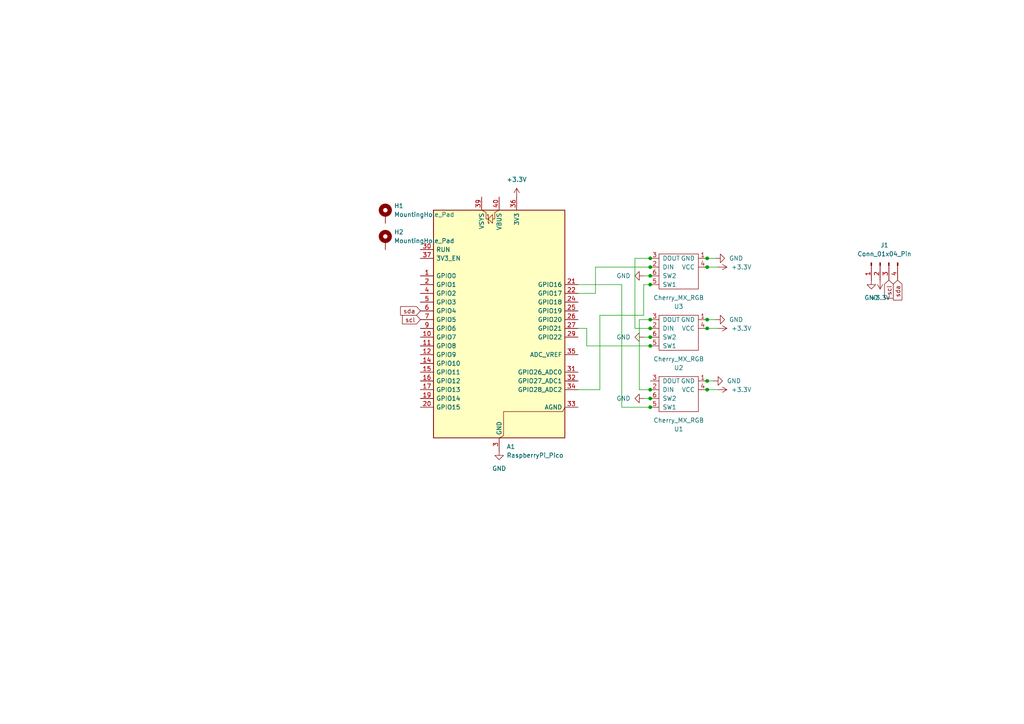
<source format=kicad_sch>
(kicad_sch
	(version 20250114)
	(generator "eeschema")
	(generator_version "9.0")
	(uuid "9f37996b-f65b-41d7-b02e-45f6c8b520b0")
	(paper "A4")
	(lib_symbols
		(symbol "Cherry_MX:Cherry_MX_RGB"
			(pin_names
				(offset 1.016)
			)
			(exclude_from_sim no)
			(in_bom yes)
			(on_board yes)
			(property "Reference" "U"
				(at -5.08 8.89 0)
				(effects
					(font
						(size 1.27 1.27)
					)
				)
			)
			(property "Value" "Cherry_MX_RGB"
				(at 0 -3.81 0)
				(effects
					(font
						(size 1.27 1.27)
					)
				)
			)
			(property "Footprint" ""
				(at 0 0 0)
				(effects
					(font
						(size 1.27 1.27)
					)
					(hide yes)
				)
			)
			(property "Datasheet" ""
				(at 0 0 0)
				(effects
					(font
						(size 1.27 1.27)
					)
					(hide yes)
				)
			)
			(property "Description" ""
				(at 0 0 0)
				(effects
					(font
						(size 1.27 1.27)
					)
					(hide yes)
				)
			)
			(symbol "Cherry_MX_RGB_0_1"
				(rectangle
					(start 5.715 -2.54)
					(end -5.715 7.62)
					(stroke
						(width 0)
						(type solid)
					)
					(fill
						(type none)
					)
				)
			)
			(symbol "Cherry_MX_RGB_1_1"
				(pin input line
					(at -8.255 1.27 0)
					(length 2.54)
					(name "VCC"
						(effects
							(font
								(size 1.27 1.27)
							)
						)
					)
					(number "4"
						(effects
							(font
								(size 1.27 1.27)
							)
						)
					)
				)
				(pin input line
					(at -8.255 -1.27 0)
					(length 2.54)
					(name "GND"
						(effects
							(font
								(size 1.27 1.27)
							)
						)
					)
					(number "1"
						(effects
							(font
								(size 1.27 1.27)
							)
						)
					)
				)
				(pin input line
					(at 8.255 6.35 180)
					(length 2.54)
					(name "SW1"
						(effects
							(font
								(size 1.27 1.27)
							)
						)
					)
					(number "5"
						(effects
							(font
								(size 1.27 1.27)
							)
						)
					)
				)
				(pin input line
					(at 8.255 3.81 180)
					(length 2.54)
					(name "SW2"
						(effects
							(font
								(size 1.27 1.27)
							)
						)
					)
					(number "6"
						(effects
							(font
								(size 1.27 1.27)
							)
						)
					)
				)
				(pin input line
					(at 8.255 1.27 180)
					(length 2.54)
					(name "DIN"
						(effects
							(font
								(size 1.27 1.27)
							)
						)
					)
					(number "2"
						(effects
							(font
								(size 1.27 1.27)
							)
						)
					)
				)
				(pin input line
					(at 8.255 -1.27 180)
					(length 2.54)
					(name "DOUT"
						(effects
							(font
								(size 1.27 1.27)
							)
						)
					)
					(number "3"
						(effects
							(font
								(size 1.27 1.27)
							)
						)
					)
				)
			)
			(embedded_fonts no)
		)
		(symbol "Connector:Conn_01x04_Pin"
			(pin_names
				(offset 1.016)
				(hide yes)
			)
			(exclude_from_sim no)
			(in_bom yes)
			(on_board yes)
			(property "Reference" "J"
				(at 0 5.08 0)
				(effects
					(font
						(size 1.27 1.27)
					)
				)
			)
			(property "Value" "Conn_01x04_Pin"
				(at 0 -7.62 0)
				(effects
					(font
						(size 1.27 1.27)
					)
				)
			)
			(property "Footprint" ""
				(at 0 0 0)
				(effects
					(font
						(size 1.27 1.27)
					)
					(hide yes)
				)
			)
			(property "Datasheet" "~"
				(at 0 0 0)
				(effects
					(font
						(size 1.27 1.27)
					)
					(hide yes)
				)
			)
			(property "Description" "Generic connector, single row, 01x04, script generated"
				(at 0 0 0)
				(effects
					(font
						(size 1.27 1.27)
					)
					(hide yes)
				)
			)
			(property "ki_locked" ""
				(at 0 0 0)
				(effects
					(font
						(size 1.27 1.27)
					)
				)
			)
			(property "ki_keywords" "connector"
				(at 0 0 0)
				(effects
					(font
						(size 1.27 1.27)
					)
					(hide yes)
				)
			)
			(property "ki_fp_filters" "Connector*:*_1x??_*"
				(at 0 0 0)
				(effects
					(font
						(size 1.27 1.27)
					)
					(hide yes)
				)
			)
			(symbol "Conn_01x04_Pin_1_1"
				(rectangle
					(start 0.8636 2.667)
					(end 0 2.413)
					(stroke
						(width 0.1524)
						(type default)
					)
					(fill
						(type outline)
					)
				)
				(rectangle
					(start 0.8636 0.127)
					(end 0 -0.127)
					(stroke
						(width 0.1524)
						(type default)
					)
					(fill
						(type outline)
					)
				)
				(rectangle
					(start 0.8636 -2.413)
					(end 0 -2.667)
					(stroke
						(width 0.1524)
						(type default)
					)
					(fill
						(type outline)
					)
				)
				(rectangle
					(start 0.8636 -4.953)
					(end 0 -5.207)
					(stroke
						(width 0.1524)
						(type default)
					)
					(fill
						(type outline)
					)
				)
				(polyline
					(pts
						(xy 1.27 2.54) (xy 0.8636 2.54)
					)
					(stroke
						(width 0.1524)
						(type default)
					)
					(fill
						(type none)
					)
				)
				(polyline
					(pts
						(xy 1.27 0) (xy 0.8636 0)
					)
					(stroke
						(width 0.1524)
						(type default)
					)
					(fill
						(type none)
					)
				)
				(polyline
					(pts
						(xy 1.27 -2.54) (xy 0.8636 -2.54)
					)
					(stroke
						(width 0.1524)
						(type default)
					)
					(fill
						(type none)
					)
				)
				(polyline
					(pts
						(xy 1.27 -5.08) (xy 0.8636 -5.08)
					)
					(stroke
						(width 0.1524)
						(type default)
					)
					(fill
						(type none)
					)
				)
				(pin passive line
					(at 5.08 2.54 180)
					(length 3.81)
					(name "Pin_1"
						(effects
							(font
								(size 1.27 1.27)
							)
						)
					)
					(number "1"
						(effects
							(font
								(size 1.27 1.27)
							)
						)
					)
				)
				(pin passive line
					(at 5.08 0 180)
					(length 3.81)
					(name "Pin_2"
						(effects
							(font
								(size 1.27 1.27)
							)
						)
					)
					(number "2"
						(effects
							(font
								(size 1.27 1.27)
							)
						)
					)
				)
				(pin passive line
					(at 5.08 -2.54 180)
					(length 3.81)
					(name "Pin_3"
						(effects
							(font
								(size 1.27 1.27)
							)
						)
					)
					(number "3"
						(effects
							(font
								(size 1.27 1.27)
							)
						)
					)
				)
				(pin passive line
					(at 5.08 -5.08 180)
					(length 3.81)
					(name "Pin_4"
						(effects
							(font
								(size 1.27 1.27)
							)
						)
					)
					(number "4"
						(effects
							(font
								(size 1.27 1.27)
							)
						)
					)
				)
			)
			(embedded_fonts no)
		)
		(symbol "MCU_Module:RaspberryPi_Pico"
			(pin_names
				(offset 0.762)
			)
			(exclude_from_sim no)
			(in_bom yes)
			(on_board yes)
			(property "Reference" "A"
				(at -19.05 35.56 0)
				(effects
					(font
						(size 1.27 1.27)
					)
					(justify left)
				)
			)
			(property "Value" "RaspberryPi_Pico"
				(at 7.62 35.56 0)
				(effects
					(font
						(size 1.27 1.27)
					)
					(justify left)
				)
			)
			(property "Footprint" "Module:RaspberryPi_Pico_Common_Unspecified"
				(at 0 -46.99 0)
				(effects
					(font
						(size 1.27 1.27)
					)
					(hide yes)
				)
			)
			(property "Datasheet" "https://datasheets.raspberrypi.com/pico/pico-datasheet.pdf"
				(at 0 -49.53 0)
				(effects
					(font
						(size 1.27 1.27)
					)
					(hide yes)
				)
			)
			(property "Description" "Versatile and inexpensive microcontroller module powered by RP2040 dual-core Arm Cortex-M0+ processor up to 133 MHz, 264kB SRAM, 2MB QSPI flash; also supports Raspberry Pi Pico 2"
				(at 0 -52.07 0)
				(effects
					(font
						(size 1.27 1.27)
					)
					(hide yes)
				)
			)
			(property "ki_keywords" "RP2350A M33 RISC-V Hazard3 usb"
				(at 0 0 0)
				(effects
					(font
						(size 1.27 1.27)
					)
					(hide yes)
				)
			)
			(property "ki_fp_filters" "RaspberryPi?Pico?Common* RaspberryPi?Pico?SMD*"
				(at 0 0 0)
				(effects
					(font
						(size 1.27 1.27)
					)
					(hide yes)
				)
			)
			(symbol "RaspberryPi_Pico_0_1"
				(rectangle
					(start -19.05 34.29)
					(end 19.05 -31.75)
					(stroke
						(width 0.254)
						(type default)
					)
					(fill
						(type background)
					)
				)
				(polyline
					(pts
						(xy -5.08 34.29) (xy -3.81 33.655) (xy -3.81 31.75) (xy -3.175 31.75)
					)
					(stroke
						(width 0)
						(type default)
					)
					(fill
						(type none)
					)
				)
				(polyline
					(pts
						(xy -3.429 32.766) (xy -3.429 33.02) (xy -3.175 33.02) (xy -3.175 30.48) (xy -2.921 30.48) (xy -2.921 30.734)
					)
					(stroke
						(width 0)
						(type default)
					)
					(fill
						(type none)
					)
				)
				(polyline
					(pts
						(xy -3.175 31.75) (xy -1.905 33.02) (xy -1.905 30.48) (xy -3.175 31.75)
					)
					(stroke
						(width 0)
						(type default)
					)
					(fill
						(type none)
					)
				)
				(polyline
					(pts
						(xy 0 34.29) (xy -1.27 33.655) (xy -1.27 31.75) (xy -1.905 31.75)
					)
					(stroke
						(width 0)
						(type default)
					)
					(fill
						(type none)
					)
				)
				(polyline
					(pts
						(xy 0 -31.75) (xy 1.27 -31.115) (xy 1.27 -24.13) (xy 18.415 -24.13) (xy 19.05 -22.86)
					)
					(stroke
						(width 0)
						(type default)
					)
					(fill
						(type none)
					)
				)
			)
			(symbol "RaspberryPi_Pico_1_1"
				(pin passive line
					(at -22.86 22.86 0)
					(length 3.81)
					(name "RUN"
						(effects
							(font
								(size 1.27 1.27)
							)
						)
					)
					(number "30"
						(effects
							(font
								(size 1.27 1.27)
							)
						)
					)
					(alternate "~{RESET}" passive line)
				)
				(pin passive line
					(at -22.86 20.32 0)
					(length 3.81)
					(name "3V3_EN"
						(effects
							(font
								(size 1.27 1.27)
							)
						)
					)
					(number "37"
						(effects
							(font
								(size 1.27 1.27)
							)
						)
					)
					(alternate "~{3V3_DISABLE}" passive line)
				)
				(pin bidirectional line
					(at -22.86 15.24 0)
					(length 3.81)
					(name "GPIO0"
						(effects
							(font
								(size 1.27 1.27)
							)
						)
					)
					(number "1"
						(effects
							(font
								(size 1.27 1.27)
							)
						)
					)
					(alternate "I2C0_SDA" bidirectional line)
					(alternate "PWM0_A" output line)
					(alternate "SPI0_RX" input line)
					(alternate "UART0_TX" output line)
					(alternate "USB_OVCUR_DET" input line)
				)
				(pin bidirectional line
					(at -22.86 12.7 0)
					(length 3.81)
					(name "GPIO1"
						(effects
							(font
								(size 1.27 1.27)
							)
						)
					)
					(number "2"
						(effects
							(font
								(size 1.27 1.27)
							)
						)
					)
					(alternate "I2C0_SCL" bidirectional clock)
					(alternate "PWM0_B" bidirectional line)
					(alternate "UART0_RX" input line)
					(alternate "USB_VBUS_DET" passive line)
					(alternate "~{SPI0_CSn}" bidirectional line)
				)
				(pin bidirectional line
					(at -22.86 10.16 0)
					(length 3.81)
					(name "GPIO2"
						(effects
							(font
								(size 1.27 1.27)
							)
						)
					)
					(number "4"
						(effects
							(font
								(size 1.27 1.27)
							)
						)
					)
					(alternate "I2C1_SDA" bidirectional line)
					(alternate "PWM1_A" output line)
					(alternate "SPI0_SCK" bidirectional clock)
					(alternate "UART0_CTS" input line)
					(alternate "USB_VBUS_EN" output line)
				)
				(pin bidirectional line
					(at -22.86 7.62 0)
					(length 3.81)
					(name "GPIO3"
						(effects
							(font
								(size 1.27 1.27)
							)
						)
					)
					(number "5"
						(effects
							(font
								(size 1.27 1.27)
							)
						)
					)
					(alternate "I2C1_SCL" bidirectional clock)
					(alternate "PWM1_B" bidirectional line)
					(alternate "SPI0_TX" output line)
					(alternate "UART0_RTS" output line)
					(alternate "USB_OVCUR_DET" input line)
				)
				(pin bidirectional line
					(at -22.86 5.08 0)
					(length 3.81)
					(name "GPIO4"
						(effects
							(font
								(size 1.27 1.27)
							)
						)
					)
					(number "6"
						(effects
							(font
								(size 1.27 1.27)
							)
						)
					)
					(alternate "I2C0_SDA" bidirectional line)
					(alternate "PWM2_A" output line)
					(alternate "SPI0_RX" input line)
					(alternate "UART1_TX" output line)
					(alternate "USB_VBUS_DET" input line)
				)
				(pin bidirectional line
					(at -22.86 2.54 0)
					(length 3.81)
					(name "GPIO5"
						(effects
							(font
								(size 1.27 1.27)
							)
						)
					)
					(number "7"
						(effects
							(font
								(size 1.27 1.27)
							)
						)
					)
					(alternate "I2C0_SCL" bidirectional clock)
					(alternate "PWM2_B" bidirectional line)
					(alternate "UART1_RX" input line)
					(alternate "USB_VBUS_EN" output line)
					(alternate "~{SPI0_CSn}" bidirectional line)
				)
				(pin bidirectional line
					(at -22.86 0 0)
					(length 3.81)
					(name "GPIO6"
						(effects
							(font
								(size 1.27 1.27)
							)
						)
					)
					(number "9"
						(effects
							(font
								(size 1.27 1.27)
							)
						)
					)
					(alternate "I2C1_SDA" bidirectional line)
					(alternate "PWM3_A" output line)
					(alternate "SPI0_SCK" bidirectional clock)
					(alternate "UART1_CTS" input line)
					(alternate "USB_OVCUR_DET" input line)
				)
				(pin bidirectional line
					(at -22.86 -2.54 0)
					(length 3.81)
					(name "GPIO7"
						(effects
							(font
								(size 1.27 1.27)
							)
						)
					)
					(number "10"
						(effects
							(font
								(size 1.27 1.27)
							)
						)
					)
					(alternate "I2C1_SCL" bidirectional clock)
					(alternate "PWM3_B" bidirectional line)
					(alternate "SPI0_TX" output line)
					(alternate "UART1_RTS" output line)
					(alternate "USB_VBUS_DET" input line)
				)
				(pin bidirectional line
					(at -22.86 -5.08 0)
					(length 3.81)
					(name "GPIO8"
						(effects
							(font
								(size 1.27 1.27)
							)
						)
					)
					(number "11"
						(effects
							(font
								(size 1.27 1.27)
							)
						)
					)
					(alternate "I2C0_SDA" bidirectional line)
					(alternate "PWM4_A" output line)
					(alternate "SPI1_RX" input line)
					(alternate "UART1_TX" output line)
					(alternate "USB_VBUS_EN" output line)
				)
				(pin bidirectional line
					(at -22.86 -7.62 0)
					(length 3.81)
					(name "GPIO9"
						(effects
							(font
								(size 1.27 1.27)
							)
						)
					)
					(number "12"
						(effects
							(font
								(size 1.27 1.27)
							)
						)
					)
					(alternate "I2C0_SCL" bidirectional clock)
					(alternate "PWM4_B" bidirectional line)
					(alternate "UART1_RX" input line)
					(alternate "USB_OVCUR_DET" input line)
					(alternate "~{SPI1_CSn}" bidirectional line)
				)
				(pin bidirectional line
					(at -22.86 -10.16 0)
					(length 3.81)
					(name "GPIO10"
						(effects
							(font
								(size 1.27 1.27)
							)
						)
					)
					(number "14"
						(effects
							(font
								(size 1.27 1.27)
							)
						)
					)
					(alternate "I2C1_SDA" bidirectional line)
					(alternate "PWM5_A" output line)
					(alternate "SPI1_SCK" bidirectional clock)
					(alternate "UART1_CTS" input line)
					(alternate "USB_VBUS_DET" input line)
				)
				(pin bidirectional line
					(at -22.86 -12.7 0)
					(length 3.81)
					(name "GPIO11"
						(effects
							(font
								(size 1.27 1.27)
							)
						)
					)
					(number "15"
						(effects
							(font
								(size 1.27 1.27)
							)
						)
					)
					(alternate "I2C1_SCL" bidirectional clock)
					(alternate "PWM5_B" bidirectional line)
					(alternate "SPI1_TX" output line)
					(alternate "UART1_RTS" output line)
					(alternate "USB_VBUS_EN" output line)
				)
				(pin bidirectional line
					(at -22.86 -15.24 0)
					(length 3.81)
					(name "GPIO12"
						(effects
							(font
								(size 1.27 1.27)
							)
						)
					)
					(number "16"
						(effects
							(font
								(size 1.27 1.27)
							)
						)
					)
					(alternate "I2C0_SDA" bidirectional line)
					(alternate "PWM6_A" output line)
					(alternate "SPI1_RX" input line)
					(alternate "UART0_TX" output line)
					(alternate "USB_OVCUR_DET" input line)
				)
				(pin bidirectional line
					(at -22.86 -17.78 0)
					(length 3.81)
					(name "GPIO13"
						(effects
							(font
								(size 1.27 1.27)
							)
						)
					)
					(number "17"
						(effects
							(font
								(size 1.27 1.27)
							)
						)
					)
					(alternate "I2C0_SCL" bidirectional clock)
					(alternate "PWM6_B" bidirectional line)
					(alternate "UART0_RX" input line)
					(alternate "USB_VBUS_DET" input line)
					(alternate "~{SPI1_CSn}" bidirectional line)
				)
				(pin bidirectional line
					(at -22.86 -20.32 0)
					(length 3.81)
					(name "GPIO14"
						(effects
							(font
								(size 1.27 1.27)
							)
						)
					)
					(number "19"
						(effects
							(font
								(size 1.27 1.27)
							)
						)
					)
					(alternate "I2C1_SDA" bidirectional line)
					(alternate "PWM7_A" output line)
					(alternate "SPI1_SCK" bidirectional clock)
					(alternate "UART0_CTS" input line)
					(alternate "USB_VBUS_EN" output line)
				)
				(pin bidirectional line
					(at -22.86 -22.86 0)
					(length 3.81)
					(name "GPIO15"
						(effects
							(font
								(size 1.27 1.27)
							)
						)
					)
					(number "20"
						(effects
							(font
								(size 1.27 1.27)
							)
						)
					)
					(alternate "I2C1_SCL" bidirectional clock)
					(alternate "PWM7_B" bidirectional line)
					(alternate "SPI1_TX" output line)
					(alternate "UART0_RTS" output line)
					(alternate "USB_OVCUR_DET" input line)
				)
				(pin power_in line
					(at -5.08 38.1 270)
					(length 3.81)
					(name "VSYS"
						(effects
							(font
								(size 1.27 1.27)
							)
						)
					)
					(number "39"
						(effects
							(font
								(size 1.27 1.27)
							)
						)
					)
					(alternate "VSYS_OUT" power_out line)
				)
				(pin power_out line
					(at 0 38.1 270)
					(length 3.81)
					(name "VBUS"
						(effects
							(font
								(size 1.27 1.27)
							)
						)
					)
					(number "40"
						(effects
							(font
								(size 1.27 1.27)
							)
						)
					)
					(alternate "VBUS_IN" power_in line)
				)
				(pin passive line
					(at 0 -35.56 90)
					(length 3.81)
					(hide yes)
					(name "GND"
						(effects
							(font
								(size 1.27 1.27)
							)
						)
					)
					(number "13"
						(effects
							(font
								(size 1.27 1.27)
							)
						)
					)
				)
				(pin passive line
					(at 0 -35.56 90)
					(length 3.81)
					(hide yes)
					(name "GND"
						(effects
							(font
								(size 1.27 1.27)
							)
						)
					)
					(number "18"
						(effects
							(font
								(size 1.27 1.27)
							)
						)
					)
				)
				(pin passive line
					(at 0 -35.56 90)
					(length 3.81)
					(hide yes)
					(name "GND"
						(effects
							(font
								(size 1.27 1.27)
							)
						)
					)
					(number "23"
						(effects
							(font
								(size 1.27 1.27)
							)
						)
					)
				)
				(pin passive line
					(at 0 -35.56 90)
					(length 3.81)
					(hide yes)
					(name "GND"
						(effects
							(font
								(size 1.27 1.27)
							)
						)
					)
					(number "28"
						(effects
							(font
								(size 1.27 1.27)
							)
						)
					)
				)
				(pin power_out line
					(at 0 -35.56 90)
					(length 3.81)
					(name "GND"
						(effects
							(font
								(size 1.27 1.27)
							)
						)
					)
					(number "3"
						(effects
							(font
								(size 1.27 1.27)
							)
						)
					)
					(alternate "GND_IN" power_in line)
				)
				(pin passive line
					(at 0 -35.56 90)
					(length 3.81)
					(hide yes)
					(name "GND"
						(effects
							(font
								(size 1.27 1.27)
							)
						)
					)
					(number "38"
						(effects
							(font
								(size 1.27 1.27)
							)
						)
					)
				)
				(pin passive line
					(at 0 -35.56 90)
					(length 3.81)
					(hide yes)
					(name "GND"
						(effects
							(font
								(size 1.27 1.27)
							)
						)
					)
					(number "8"
						(effects
							(font
								(size 1.27 1.27)
							)
						)
					)
				)
				(pin power_out line
					(at 5.08 38.1 270)
					(length 3.81)
					(name "3V3"
						(effects
							(font
								(size 1.27 1.27)
							)
						)
					)
					(number "36"
						(effects
							(font
								(size 1.27 1.27)
							)
						)
					)
				)
				(pin bidirectional line
					(at 22.86 12.7 180)
					(length 3.81)
					(name "GPIO16"
						(effects
							(font
								(size 1.27 1.27)
							)
						)
					)
					(number "21"
						(effects
							(font
								(size 1.27 1.27)
							)
						)
					)
					(alternate "I2C0_SDA" bidirectional line)
					(alternate "PWM0_A" output line)
					(alternate "SPI0_RX" input line)
					(alternate "UART0_TX" output line)
					(alternate "USB_VBUS_DET" input line)
				)
				(pin bidirectional line
					(at 22.86 10.16 180)
					(length 3.81)
					(name "GPIO17"
						(effects
							(font
								(size 1.27 1.27)
							)
						)
					)
					(number "22"
						(effects
							(font
								(size 1.27 1.27)
							)
						)
					)
					(alternate "I2C0_SCL" bidirectional clock)
					(alternate "PWM0_B" bidirectional line)
					(alternate "UART0_RX" input line)
					(alternate "USB_VBUS_EN" output line)
					(alternate "~{SPI0_CSn}" bidirectional line)
				)
				(pin bidirectional line
					(at 22.86 7.62 180)
					(length 3.81)
					(name "GPIO18"
						(effects
							(font
								(size 1.27 1.27)
							)
						)
					)
					(number "24"
						(effects
							(font
								(size 1.27 1.27)
							)
						)
					)
					(alternate "I2C1_SDA" bidirectional line)
					(alternate "PWM1_A" output line)
					(alternate "SPI0_SCK" bidirectional clock)
					(alternate "UART0_CTS" input line)
					(alternate "USB_OVCUR_DET" input line)
				)
				(pin bidirectional line
					(at 22.86 5.08 180)
					(length 3.81)
					(name "GPIO19"
						(effects
							(font
								(size 1.27 1.27)
							)
						)
					)
					(number "25"
						(effects
							(font
								(size 1.27 1.27)
							)
						)
					)
					(alternate "I2C1_SCL" bidirectional clock)
					(alternate "PWM1_B" bidirectional line)
					(alternate "SPI0_TX" output line)
					(alternate "UART0_RTS" output line)
					(alternate "USB_VBUS_DET" input line)
				)
				(pin bidirectional line
					(at 22.86 2.54 180)
					(length 3.81)
					(name "GPIO20"
						(effects
							(font
								(size 1.27 1.27)
							)
						)
					)
					(number "26"
						(effects
							(font
								(size 1.27 1.27)
							)
						)
					)
					(alternate "CLOCK_GPIN0" input clock)
					(alternate "I2C0_SDA" bidirectional line)
					(alternate "PWM2_A" output line)
					(alternate "SPI0_RX" input line)
					(alternate "UART1_TX" output line)
					(alternate "USB_VBUS_EN" output line)
				)
				(pin bidirectional line
					(at 22.86 0 180)
					(length 3.81)
					(name "GPIO21"
						(effects
							(font
								(size 1.27 1.27)
							)
						)
					)
					(number "27"
						(effects
							(font
								(size 1.27 1.27)
							)
						)
					)
					(alternate "CLOCK_GPOUT0" output clock)
					(alternate "I2C0_SCL" bidirectional clock)
					(alternate "PWM2_B" bidirectional line)
					(alternate "UART1_RX" input line)
					(alternate "USB_OVCUR_DET" input line)
					(alternate "~{SPI0_CSn}" bidirectional line)
				)
				(pin bidirectional line
					(at 22.86 -2.54 180)
					(length 3.81)
					(name "GPIO22"
						(effects
							(font
								(size 1.27 1.27)
							)
						)
					)
					(number "29"
						(effects
							(font
								(size 1.27 1.27)
							)
						)
					)
					(alternate "CLOCK_GPIN1" input clock)
					(alternate "I2C1_SDA" bidirectional line)
					(alternate "PWM3_A" output line)
					(alternate "SPI0_SCK" bidirectional clock)
					(alternate "UART1_CTS" input line)
					(alternate "USB_VBUS_DET" input line)
				)
				(pin power_in line
					(at 22.86 -7.62 180)
					(length 3.81)
					(name "ADC_VREF"
						(effects
							(font
								(size 1.27 1.27)
							)
						)
					)
					(number "35"
						(effects
							(font
								(size 1.27 1.27)
							)
						)
					)
				)
				(pin bidirectional line
					(at 22.86 -12.7 180)
					(length 3.81)
					(name "GPIO26_ADC0"
						(effects
							(font
								(size 1.27 1.27)
							)
						)
					)
					(number "31"
						(effects
							(font
								(size 1.27 1.27)
							)
						)
					)
					(alternate "ADC0" input line)
					(alternate "GPIO26" bidirectional line)
					(alternate "I2C1_SDA" bidirectional line)
					(alternate "PWM5_A" output line)
					(alternate "SPI1_SCK" bidirectional clock)
					(alternate "UART1_CTS" input line)
					(alternate "USB_VBUS_EN" output line)
				)
				(pin bidirectional line
					(at 22.86 -15.24 180)
					(length 3.81)
					(name "GPIO27_ADC1"
						(effects
							(font
								(size 1.27 1.27)
							)
						)
					)
					(number "32"
						(effects
							(font
								(size 1.27 1.27)
							)
						)
					)
					(alternate "ADC1" input line)
					(alternate "GPIO27" bidirectional line)
					(alternate "I2C1_SCL" bidirectional clock)
					(alternate "PWM5_B" bidirectional line)
					(alternate "SPI1_TX" output line)
					(alternate "UART1_RTS" output line)
					(alternate "USB_OVCUR_DET" input line)
				)
				(pin bidirectional line
					(at 22.86 -17.78 180)
					(length 3.81)
					(name "GPIO28_ADC2"
						(effects
							(font
								(size 1.27 1.27)
							)
						)
					)
					(number "34"
						(effects
							(font
								(size 1.27 1.27)
							)
						)
					)
					(alternate "ADC2" input line)
					(alternate "GPIO28" bidirectional line)
					(alternate "I2C0_SDA" bidirectional line)
					(alternate "PWM6_A" output line)
					(alternate "SPI1_RX" input line)
					(alternate "UART0_TX" output line)
					(alternate "USB_VBUS_DET" input line)
				)
				(pin power_out line
					(at 22.86 -22.86 180)
					(length 3.81)
					(name "AGND"
						(effects
							(font
								(size 1.27 1.27)
							)
						)
					)
					(number "33"
						(effects
							(font
								(size 1.27 1.27)
							)
						)
					)
					(alternate "GND" passive line)
				)
			)
			(embedded_fonts no)
		)
		(symbol "Mechanical:MountingHole_Pad"
			(pin_numbers
				(hide yes)
			)
			(pin_names
				(offset 1.016)
				(hide yes)
			)
			(exclude_from_sim no)
			(in_bom no)
			(on_board yes)
			(property "Reference" "H"
				(at 0 6.35 0)
				(effects
					(font
						(size 1.27 1.27)
					)
				)
			)
			(property "Value" "MountingHole_Pad"
				(at 0 4.445 0)
				(effects
					(font
						(size 1.27 1.27)
					)
				)
			)
			(property "Footprint" ""
				(at 0 0 0)
				(effects
					(font
						(size 1.27 1.27)
					)
					(hide yes)
				)
			)
			(property "Datasheet" "~"
				(at 0 0 0)
				(effects
					(font
						(size 1.27 1.27)
					)
					(hide yes)
				)
			)
			(property "Description" "Mounting Hole with connection"
				(at 0 0 0)
				(effects
					(font
						(size 1.27 1.27)
					)
					(hide yes)
				)
			)
			(property "ki_keywords" "mounting hole"
				(at 0 0 0)
				(effects
					(font
						(size 1.27 1.27)
					)
					(hide yes)
				)
			)
			(property "ki_fp_filters" "MountingHole*Pad*"
				(at 0 0 0)
				(effects
					(font
						(size 1.27 1.27)
					)
					(hide yes)
				)
			)
			(symbol "MountingHole_Pad_0_1"
				(circle
					(center 0 1.27)
					(radius 1.27)
					(stroke
						(width 1.27)
						(type default)
					)
					(fill
						(type none)
					)
				)
			)
			(symbol "MountingHole_Pad_1_1"
				(pin input line
					(at 0 -2.54 90)
					(length 2.54)
					(name "1"
						(effects
							(font
								(size 1.27 1.27)
							)
						)
					)
					(number "1"
						(effects
							(font
								(size 1.27 1.27)
							)
						)
					)
				)
			)
			(embedded_fonts no)
		)
		(symbol "power:+3.3V"
			(power)
			(pin_numbers
				(hide yes)
			)
			(pin_names
				(offset 0)
				(hide yes)
			)
			(exclude_from_sim no)
			(in_bom yes)
			(on_board yes)
			(property "Reference" "#PWR"
				(at 0 -3.81 0)
				(effects
					(font
						(size 1.27 1.27)
					)
					(hide yes)
				)
			)
			(property "Value" "+3.3V"
				(at 0 3.556 0)
				(effects
					(font
						(size 1.27 1.27)
					)
				)
			)
			(property "Footprint" ""
				(at 0 0 0)
				(effects
					(font
						(size 1.27 1.27)
					)
					(hide yes)
				)
			)
			(property "Datasheet" ""
				(at 0 0 0)
				(effects
					(font
						(size 1.27 1.27)
					)
					(hide yes)
				)
			)
			(property "Description" "Power symbol creates a global label with name \"+3.3V\""
				(at 0 0 0)
				(effects
					(font
						(size 1.27 1.27)
					)
					(hide yes)
				)
			)
			(property "ki_keywords" "global power"
				(at 0 0 0)
				(effects
					(font
						(size 1.27 1.27)
					)
					(hide yes)
				)
			)
			(symbol "+3.3V_0_1"
				(polyline
					(pts
						(xy -0.762 1.27) (xy 0 2.54)
					)
					(stroke
						(width 0)
						(type default)
					)
					(fill
						(type none)
					)
				)
				(polyline
					(pts
						(xy 0 2.54) (xy 0.762 1.27)
					)
					(stroke
						(width 0)
						(type default)
					)
					(fill
						(type none)
					)
				)
				(polyline
					(pts
						(xy 0 0) (xy 0 2.54)
					)
					(stroke
						(width 0)
						(type default)
					)
					(fill
						(type none)
					)
				)
			)
			(symbol "+3.3V_1_1"
				(pin power_in line
					(at 0 0 90)
					(length 0)
					(name "~"
						(effects
							(font
								(size 1.27 1.27)
							)
						)
					)
					(number "1"
						(effects
							(font
								(size 1.27 1.27)
							)
						)
					)
				)
			)
			(embedded_fonts no)
		)
		(symbol "power:GND"
			(power)
			(pin_numbers
				(hide yes)
			)
			(pin_names
				(offset 0)
				(hide yes)
			)
			(exclude_from_sim no)
			(in_bom yes)
			(on_board yes)
			(property "Reference" "#PWR"
				(at 0 -6.35 0)
				(effects
					(font
						(size 1.27 1.27)
					)
					(hide yes)
				)
			)
			(property "Value" "GND"
				(at 0 -3.81 0)
				(effects
					(font
						(size 1.27 1.27)
					)
				)
			)
			(property "Footprint" ""
				(at 0 0 0)
				(effects
					(font
						(size 1.27 1.27)
					)
					(hide yes)
				)
			)
			(property "Datasheet" ""
				(at 0 0 0)
				(effects
					(font
						(size 1.27 1.27)
					)
					(hide yes)
				)
			)
			(property "Description" "Power symbol creates a global label with name \"GND\" , ground"
				(at 0 0 0)
				(effects
					(font
						(size 1.27 1.27)
					)
					(hide yes)
				)
			)
			(property "ki_keywords" "global power"
				(at 0 0 0)
				(effects
					(font
						(size 1.27 1.27)
					)
					(hide yes)
				)
			)
			(symbol "GND_0_1"
				(polyline
					(pts
						(xy 0 0) (xy 0 -1.27) (xy 1.27 -1.27) (xy 0 -2.54) (xy -1.27 -1.27) (xy 0 -1.27)
					)
					(stroke
						(width 0)
						(type default)
					)
					(fill
						(type none)
					)
				)
			)
			(symbol "GND_1_1"
				(pin power_in line
					(at 0 0 270)
					(length 0)
					(name "~"
						(effects
							(font
								(size 1.27 1.27)
							)
						)
					)
					(number "1"
						(effects
							(font
								(size 1.27 1.27)
							)
						)
					)
				)
			)
			(embedded_fonts no)
		)
	)
	(junction
		(at 188.595 100.33)
		(diameter 0)
		(color 0 0 0 0)
		(uuid "05d6d8cc-6fd2-4594-acf5-b59007a88e63")
	)
	(junction
		(at 188.595 118.11)
		(diameter 0)
		(color 0 0 0 0)
		(uuid "0b91825a-b5ad-4841-b3ec-bd56c44d5792")
	)
	(junction
		(at 205.105 92.71)
		(diameter 0)
		(color 0 0 0 0)
		(uuid "1092581b-a124-4b93-bcdf-cf8687233f25")
	)
	(junction
		(at 205.105 95.25)
		(diameter 0)
		(color 0 0 0 0)
		(uuid "23f0642c-c476-4c77-8630-1818a44148cb")
	)
	(junction
		(at 188.595 115.57)
		(diameter 0)
		(color 0 0 0 0)
		(uuid "2f1563be-d4f8-4bbb-8d68-6530851458ba")
	)
	(junction
		(at 188.595 113.03)
		(diameter 0)
		(color 0 0 0 0)
		(uuid "30ed3235-65c6-4523-b960-1e4afad3a4f9")
	)
	(junction
		(at 205.105 110.49)
		(diameter 0)
		(color 0 0 0 0)
		(uuid "34578b53-cb6e-4593-b5af-78ca8cee13d6")
	)
	(junction
		(at 188.595 97.79)
		(diameter 0)
		(color 0 0 0 0)
		(uuid "42f1a007-cdf0-4fe9-aebf-3c8f84e70388")
	)
	(junction
		(at 205.105 77.47)
		(diameter 0)
		(color 0 0 0 0)
		(uuid "6ccde29a-50aa-40c1-ba7c-e04532be8d63")
	)
	(junction
		(at 188.595 92.71)
		(diameter 0)
		(color 0 0 0 0)
		(uuid "7aa791da-f002-464b-8f8a-4931ea85501a")
	)
	(junction
		(at 188.595 82.55)
		(diameter 0)
		(color 0 0 0 0)
		(uuid "83ec73e6-177f-446c-b8c9-71ab5661352d")
	)
	(junction
		(at 188.595 95.25)
		(diameter 0)
		(color 0 0 0 0)
		(uuid "94ef9c32-c513-49da-8e5f-c28bfbf3a1b8")
	)
	(junction
		(at 205.105 74.93)
		(diameter 0)
		(color 0 0 0 0)
		(uuid "a144fd0e-567d-4b35-85e2-aafe8d118f09")
	)
	(junction
		(at 188.595 77.47)
		(diameter 0)
		(color 0 0 0 0)
		(uuid "a1a155d4-d070-4cee-a5bc-4f4c24754e71")
	)
	(junction
		(at 188.595 74.93)
		(diameter 0)
		(color 0 0 0 0)
		(uuid "c0157b2c-f72a-4b38-b37f-9ff79fd3b829")
	)
	(junction
		(at 205.105 113.03)
		(diameter 0)
		(color 0 0 0 0)
		(uuid "c64c20cb-af37-4cc2-8db5-d040c9fabf4b")
	)
	(junction
		(at 188.595 80.01)
		(diameter 0)
		(color 0 0 0 0)
		(uuid "ff7d0b1c-2c12-4004-a29c-4c92080feac2")
	)
	(wire
		(pts
			(xy 205.105 95.25) (xy 208.28 95.25)
		)
		(stroke
			(width 0)
			(type default)
		)
		(uuid "00571d33-451d-4868-99bf-d2af8233f93a")
	)
	(wire
		(pts
			(xy 172.72 77.47) (xy 188.595 77.47)
		)
		(stroke
			(width 0)
			(type default)
		)
		(uuid "0670cb04-3404-4913-88e0-e042f4376858")
	)
	(wire
		(pts
			(xy 173.99 113.03) (xy 167.64 113.03)
		)
		(stroke
			(width 0)
			(type default)
		)
		(uuid "0db711a7-3bdf-4844-ace6-de9cb045abab")
	)
	(wire
		(pts
			(xy 185.42 113.03) (xy 188.595 113.03)
		)
		(stroke
			(width 0)
			(type default)
		)
		(uuid "15e8d48e-5603-4833-9378-7ddb479982f6")
	)
	(wire
		(pts
			(xy 172.72 85.09) (xy 167.64 85.09)
		)
		(stroke
			(width 0)
			(type default)
		)
		(uuid "18953428-d075-4980-9000-b988dd5746b4")
	)
	(wire
		(pts
			(xy 188.595 82.55) (xy 186.69 82.55)
		)
		(stroke
			(width 0)
			(type default)
		)
		(uuid "1dc6433e-8c6c-4f05-adcb-d80bff263a43")
	)
	(wire
		(pts
			(xy 184.15 74.93) (xy 184.15 95.25)
		)
		(stroke
			(width 0)
			(type default)
		)
		(uuid "285f3993-9a61-4d3c-a344-acec095bc865")
	)
	(wire
		(pts
			(xy 204.47 110.49) (xy 205.105 110.49)
		)
		(stroke
			(width 0)
			(type default)
		)
		(uuid "3c5f6fab-3da9-480e-95bf-f56c58eb398f")
	)
	(wire
		(pts
			(xy 186.69 82.55) (xy 186.69 91.44)
		)
		(stroke
			(width 0)
			(type default)
		)
		(uuid "3de2cf0b-66da-42a9-871d-09f0b9e878aa")
	)
	(wire
		(pts
			(xy 205.105 110.49) (xy 207.01 110.49)
		)
		(stroke
			(width 0)
			(type default)
		)
		(uuid "442057a7-890e-49c3-8d49-9f0380e44d0d")
	)
	(wire
		(pts
			(xy 186.69 80.01) (xy 188.595 80.01)
		)
		(stroke
			(width 0)
			(type default)
		)
		(uuid "483def8e-b482-4e47-9372-313c89da11db")
	)
	(wire
		(pts
			(xy 170.18 95.25) (xy 167.64 95.25)
		)
		(stroke
			(width 0)
			(type default)
		)
		(uuid "48601af9-21a7-40eb-959a-f99962caf0c2")
	)
	(wire
		(pts
			(xy 189.23 92.71) (xy 188.595 92.71)
		)
		(stroke
			(width 0)
			(type default)
		)
		(uuid "50be7912-cade-43f2-8d6f-09210f6e1880")
	)
	(wire
		(pts
			(xy 189.23 100.33) (xy 188.595 100.33)
		)
		(stroke
			(width 0)
			(type default)
		)
		(uuid "5fb7a94a-3785-4d4a-b889-6d927079b27f")
	)
	(wire
		(pts
			(xy 188.595 97.79) (xy 189.23 97.79)
		)
		(stroke
			(width 0)
			(type default)
		)
		(uuid "63e7a1f0-f104-4cc8-bfcf-ddd8b3438415")
	)
	(wire
		(pts
			(xy 188.595 115.57) (xy 189.23 115.57)
		)
		(stroke
			(width 0)
			(type default)
		)
		(uuid "738bc9aa-2367-4f3a-bc2a-a7e76db8caa7")
	)
	(wire
		(pts
			(xy 185.42 92.71) (xy 185.42 113.03)
		)
		(stroke
			(width 0)
			(type default)
		)
		(uuid "75ebe268-409b-41e7-b76c-a1e8c6e4748f")
	)
	(wire
		(pts
			(xy 205.105 77.47) (xy 208.28 77.47)
		)
		(stroke
			(width 0)
			(type default)
		)
		(uuid "76cfaea7-1a6a-4334-a43a-718806456e1e")
	)
	(wire
		(pts
			(xy 204.47 77.47) (xy 205.105 77.47)
		)
		(stroke
			(width 0)
			(type default)
		)
		(uuid "7919ce88-47bd-486d-976f-3f7ed6395efd")
	)
	(wire
		(pts
			(xy 188.595 80.01) (xy 189.23 80.01)
		)
		(stroke
			(width 0)
			(type default)
		)
		(uuid "8692b013-75a8-4c3f-b278-898b5e9a8771")
	)
	(wire
		(pts
			(xy 188.595 113.03) (xy 189.23 113.03)
		)
		(stroke
			(width 0)
			(type default)
		)
		(uuid "87d1c371-098a-4769-89f9-a7750732ca25")
	)
	(wire
		(pts
			(xy 170.18 100.33) (xy 170.18 95.25)
		)
		(stroke
			(width 0)
			(type default)
		)
		(uuid "89fc5b00-2035-4abf-9a8f-ef102d31ead8")
	)
	(wire
		(pts
			(xy 180.34 118.11) (xy 180.34 82.55)
		)
		(stroke
			(width 0)
			(type default)
		)
		(uuid "8acf6c21-e285-4f4c-bc61-144d1d09db44")
	)
	(wire
		(pts
			(xy 204.47 95.25) (xy 205.105 95.25)
		)
		(stroke
			(width 0)
			(type default)
		)
		(uuid "8b5b3412-793d-46b7-9aa1-2e8e87814f8f")
	)
	(wire
		(pts
			(xy 189.23 82.55) (xy 188.595 82.55)
		)
		(stroke
			(width 0)
			(type default)
		)
		(uuid "90231569-b9fc-4a04-98aa-412ce41519e7")
	)
	(wire
		(pts
			(xy 188.595 74.93) (xy 184.15 74.93)
		)
		(stroke
			(width 0)
			(type default)
		)
		(uuid "995b4196-a6d0-4e5c-91bf-5ac9f6a86a83")
	)
	(wire
		(pts
			(xy 205.105 74.93) (xy 207.645 74.93)
		)
		(stroke
			(width 0)
			(type default)
		)
		(uuid "9b0e434e-f1e4-4691-ac35-ce1e6c199339")
	)
	(wire
		(pts
			(xy 172.72 77.47) (xy 172.72 85.09)
		)
		(stroke
			(width 0)
			(type default)
		)
		(uuid "a3dfc2e6-d597-42c5-b6f5-b57a4bb80f28")
	)
	(wire
		(pts
			(xy 205.105 92.71) (xy 207.645 92.71)
		)
		(stroke
			(width 0)
			(type default)
		)
		(uuid "a8707a1c-eaa3-4fba-8505-bba2655d9afc")
	)
	(wire
		(pts
			(xy 186.69 115.57) (xy 188.595 115.57)
		)
		(stroke
			(width 0)
			(type default)
		)
		(uuid "ab9087c1-199c-4d98-adec-4644611d9d4d")
	)
	(wire
		(pts
			(xy 204.47 113.03) (xy 205.105 113.03)
		)
		(stroke
			(width 0)
			(type default)
		)
		(uuid "b2ac26b1-e4c7-4bda-b8d3-cd649a0375bd")
	)
	(wire
		(pts
			(xy 189.23 118.11) (xy 188.595 118.11)
		)
		(stroke
			(width 0)
			(type default)
		)
		(uuid "b6bdce1c-aafc-4e67-ba38-586d332b15a4")
	)
	(wire
		(pts
			(xy 188.595 95.25) (xy 189.23 95.25)
		)
		(stroke
			(width 0)
			(type default)
		)
		(uuid "be4c2eae-37b4-40a5-8495-6d7b699d644b")
	)
	(wire
		(pts
			(xy 188.595 77.47) (xy 189.23 77.47)
		)
		(stroke
			(width 0)
			(type default)
		)
		(uuid "c4bb382e-a252-468c-99f7-bfa87553f106")
	)
	(wire
		(pts
			(xy 188.595 118.11) (xy 180.34 118.11)
		)
		(stroke
			(width 0)
			(type default)
		)
		(uuid "ca46558f-51c4-4bde-84a0-c8b9a5151e26")
	)
	(wire
		(pts
			(xy 205.105 113.03) (xy 208.28 113.03)
		)
		(stroke
			(width 0)
			(type default)
		)
		(uuid "cf009767-4cd5-4a6f-9f83-a62f5cbbcbd3")
	)
	(wire
		(pts
			(xy 184.15 95.25) (xy 188.595 95.25)
		)
		(stroke
			(width 0)
			(type default)
		)
		(uuid "d231997b-de40-4e3f-afdf-c92479d984a6")
	)
	(wire
		(pts
			(xy 188.595 100.33) (xy 170.18 100.33)
		)
		(stroke
			(width 0)
			(type default)
		)
		(uuid "d56bd40a-7109-4c45-aefa-1818f764a3dd")
	)
	(wire
		(pts
			(xy 188.595 92.71) (xy 185.42 92.71)
		)
		(stroke
			(width 0)
			(type default)
		)
		(uuid "d5c430f4-18f7-4374-afdd-51d43ac3906a")
	)
	(wire
		(pts
			(xy 204.47 92.71) (xy 205.105 92.71)
		)
		(stroke
			(width 0)
			(type default)
		)
		(uuid "e9d4bafb-ba4f-489b-aa7b-c5f7a383253e")
	)
	(wire
		(pts
			(xy 189.23 74.93) (xy 188.595 74.93)
		)
		(stroke
			(width 0)
			(type default)
		)
		(uuid "eeadd420-626e-49b4-8d16-54564c0be1a4")
	)
	(wire
		(pts
			(xy 204.47 74.93) (xy 205.105 74.93)
		)
		(stroke
			(width 0)
			(type default)
		)
		(uuid "effab025-eaa3-46e2-9cd2-2647392afc12")
	)
	(wire
		(pts
			(xy 180.34 82.55) (xy 167.64 82.55)
		)
		(stroke
			(width 0)
			(type default)
		)
		(uuid "f9077cc0-bc32-4763-983f-4c5e789c07a1")
	)
	(wire
		(pts
			(xy 186.69 91.44) (xy 173.99 91.44)
		)
		(stroke
			(width 0)
			(type default)
		)
		(uuid "fc6ceedc-450c-4984-9f1f-ce9554a1ed40")
	)
	(wire
		(pts
			(xy 186.69 97.79) (xy 188.595 97.79)
		)
		(stroke
			(width 0)
			(type default)
		)
		(uuid "fd173764-4c13-42c7-a081-b623a35aadfb")
	)
	(wire
		(pts
			(xy 173.99 91.44) (xy 173.99 113.03)
		)
		(stroke
			(width 0)
			(type default)
		)
		(uuid "fea6aeea-83dc-479f-a34d-31b400c127a7")
	)
	(global_label "sda"
		(shape input)
		(at 121.92 90.17 180)
		(fields_autoplaced yes)
		(effects
			(font
				(size 1.27 1.27)
			)
			(justify right)
		)
		(uuid "13ad60cb-672d-4c9f-ade5-f33d8097e450")
		(property "Intersheetrefs" "${INTERSHEET_REFS}"
			(at 115.6087 90.17 0)
			(effects
				(font
					(size 1.27 1.27)
				)
				(justify right)
				(hide yes)
			)
		)
	)
	(global_label "scl"
		(shape input)
		(at 257.81 81.28 270)
		(fields_autoplaced yes)
		(effects
			(font
				(size 1.27 1.27)
			)
			(justify right)
		)
		(uuid "88dfd701-fc61-4bc6-9e10-4bb86dd4151d")
		(property "Intersheetrefs" "${INTERSHEET_REFS}"
			(at 257.81 87.0471 90)
			(effects
				(font
					(size 1.27 1.27)
				)
				(justify right)
				(hide yes)
			)
		)
	)
	(global_label "sda"
		(shape input)
		(at 260.35 81.28 270)
		(fields_autoplaced yes)
		(effects
			(font
				(size 1.27 1.27)
			)
			(justify right)
		)
		(uuid "99678d69-0e49-45ef-9071-f302c9465d4c")
		(property "Intersheetrefs" "${INTERSHEET_REFS}"
			(at 260.35 87.5913 90)
			(effects
				(font
					(size 1.27 1.27)
				)
				(justify right)
				(hide yes)
			)
		)
	)
	(global_label "scl"
		(shape input)
		(at 121.92 92.71 180)
		(fields_autoplaced yes)
		(effects
			(font
				(size 1.27 1.27)
			)
			(justify right)
		)
		(uuid "c15b74cd-f874-44bc-bee0-0a89dfabf413")
		(property "Intersheetrefs" "${INTERSHEET_REFS}"
			(at 116.1529 92.71 0)
			(effects
				(font
					(size 1.27 1.27)
				)
				(justify right)
				(hide yes)
			)
		)
	)
	(symbol
		(lib_id "MCU_Module:RaspberryPi_Pico")
		(at 144.78 95.25 0)
		(unit 1)
		(exclude_from_sim no)
		(in_bom yes)
		(on_board yes)
		(dnp no)
		(fields_autoplaced yes)
		(uuid "13bb2e3a-e854-4d40-820a-bae1d5b222aa")
		(property "Reference" "A1"
			(at 146.9233 129.54 0)
			(effects
				(font
					(size 1.27 1.27)
				)
				(justify left)
			)
		)
		(property "Value" "RaspberryPi_Pico"
			(at 146.9233 132.08 0)
			(effects
				(font
					(size 1.27 1.27)
				)
				(justify left)
			)
		)
		(property "Footprint" "Module:RaspberryPi_Pico_Common_Unspecified"
			(at 144.78 142.24 0)
			(effects
				(font
					(size 1.27 1.27)
				)
				(hide yes)
			)
		)
		(property "Datasheet" "https://datasheets.raspberrypi.com/pico/pico-datasheet.pdf"
			(at 144.78 144.78 0)
			(effects
				(font
					(size 1.27 1.27)
				)
				(hide yes)
			)
		)
		(property "Description" "Versatile and inexpensive microcontroller module powered by RP2040 dual-core Arm Cortex-M0+ processor up to 133 MHz, 264kB SRAM, 2MB QSPI flash; also supports Raspberry Pi Pico 2"
			(at 144.78 147.32 0)
			(effects
				(font
					(size 1.27 1.27)
				)
				(hide yes)
			)
		)
		(pin "27"
			(uuid "c59152ec-1929-4f4b-b79d-5fb9a89b19aa")
		)
		(pin "9"
			(uuid "ea91c0fa-8b15-4bb6-8cae-6433e47d38af")
		)
		(pin "28"
			(uuid "e5d35c9e-e478-44fc-882c-bf7cc4155f39")
		)
		(pin "24"
			(uuid "6a04f286-e8f0-4c8a-b3ba-facebb3b485f")
		)
		(pin "4"
			(uuid "18a99f05-59af-497c-95bd-5d87820a8959")
		)
		(pin "6"
			(uuid "63ceb846-7ed4-4fd2-a8a7-156582d014a4")
		)
		(pin "16"
			(uuid "ec14ba4a-4245-4c6e-90b1-9ea2e4f4b4ab")
		)
		(pin "39"
			(uuid "afd1f7a2-0c2c-43ea-8d9f-9c256e2a0859")
		)
		(pin "11"
			(uuid "30f1506e-2590-4a47-87f2-754a5e96ef5b")
		)
		(pin "5"
			(uuid "967efbb8-483c-4249-bd5e-c156d887aae7")
		)
		(pin "37"
			(uuid "048a7090-f19c-467d-8754-78997201a170")
		)
		(pin "21"
			(uuid "8b51eaf8-c6e5-43eb-950e-7a14cbf88ef2")
		)
		(pin "22"
			(uuid "d41e8372-7ee3-4afa-bb42-19baee558457")
		)
		(pin "26"
			(uuid "bf2946e4-f9d2-4cde-b8f2-53dd32f4dee4")
		)
		(pin "7"
			(uuid "48e72636-3bc0-49fc-a320-de7c3f6903e3")
		)
		(pin "15"
			(uuid "cd59ea95-c49a-470e-860d-6bd5f185895f")
		)
		(pin "23"
			(uuid "8dbc1f05-7ce2-457b-9748-528652c14417")
		)
		(pin "3"
			(uuid "72178f38-2ceb-4bd7-9e42-d36906b11d51")
		)
		(pin "36"
			(uuid "da4a9787-a43a-4877-a9c5-522009fc0bfb")
		)
		(pin "19"
			(uuid "393cca21-bf59-45f4-8f16-dcceb39e395a")
		)
		(pin "12"
			(uuid "aa5976b5-c55f-463e-a2e9-aff7920e6eae")
		)
		(pin "35"
			(uuid "638eb66f-7862-466a-830c-bc0e4b7edb5c")
		)
		(pin "14"
			(uuid "595df931-faff-48db-9b21-f12c47c3b316")
		)
		(pin "40"
			(uuid "211866ab-1a63-43dd-a182-8d24e09eb29f")
		)
		(pin "32"
			(uuid "e4259170-470f-49bc-a740-fbc35714f444")
		)
		(pin "29"
			(uuid "8e24c770-9c1f-4807-b69e-cf0b91e0d869")
		)
		(pin "34"
			(uuid "d56c1945-d4ab-41c6-baed-62b534b940fe")
		)
		(pin "10"
			(uuid "5ac4a5a7-0f05-4fa2-a51f-2886c54c6ba1")
		)
		(pin "30"
			(uuid "56cb1e46-fd83-4846-806d-11c4e596b85c")
		)
		(pin "17"
			(uuid "bace9bbd-4946-4586-a985-391c0035fcd8")
		)
		(pin "25"
			(uuid "8129d150-af4b-484f-bce4-17aca74e0a58")
		)
		(pin "13"
			(uuid "cc498c0d-3973-4f21-82fe-af923cc4378e")
		)
		(pin "38"
			(uuid "5ea573f3-16be-42c9-ba92-c29d52277edc")
		)
		(pin "20"
			(uuid "fac6c5f7-731a-4736-a11f-99e5d33fe449")
		)
		(pin "1"
			(uuid "1048918e-beda-437b-885b-dd989c949620")
		)
		(pin "18"
			(uuid "edf72dba-abb7-4fc6-ba48-2b122a6d9cbc")
		)
		(pin "2"
			(uuid "306921c9-30ff-4c69-8803-d5429fd44204")
		)
		(pin "8"
			(uuid "95672631-b174-42d7-92f5-0c4909257c0c")
		)
		(pin "31"
			(uuid "bab4879e-37e2-481c-88c3-01a26a1c9742")
		)
		(pin "33"
			(uuid "082439cd-6cd9-4842-a6e6-5b2233f53756")
		)
		(instances
			(project ""
				(path "/9f37996b-f65b-41d7-b02e-45f6c8b520b0"
					(reference "A1")
					(unit 1)
				)
			)
		)
	)
	(symbol
		(lib_id "power:+3.3V")
		(at 208.28 113.03 270)
		(unit 1)
		(exclude_from_sim no)
		(in_bom yes)
		(on_board yes)
		(dnp no)
		(fields_autoplaced yes)
		(uuid "3b633521-7013-43c4-b099-060c4b089a41")
		(property "Reference" "#PWR010"
			(at 204.47 113.03 0)
			(effects
				(font
					(size 1.27 1.27)
				)
				(hide yes)
			)
		)
		(property "Value" "+3.3V"
			(at 212.09 113.0299 90)
			(effects
				(font
					(size 1.27 1.27)
				)
				(justify left)
			)
		)
		(property "Footprint" ""
			(at 208.28 113.03 0)
			(effects
				(font
					(size 1.27 1.27)
				)
				(hide yes)
			)
		)
		(property "Datasheet" ""
			(at 208.28 113.03 0)
			(effects
				(font
					(size 1.27 1.27)
				)
				(hide yes)
			)
		)
		(property "Description" "Power symbol creates a global label with name \"+3.3V\""
			(at 208.28 113.03 0)
			(effects
				(font
					(size 1.27 1.27)
				)
				(hide yes)
			)
		)
		(pin "1"
			(uuid "7a9d0d14-c37f-48e7-aa95-13361197e18a")
		)
		(instances
			(project ""
				(path "/9f37996b-f65b-41d7-b02e-45f6c8b520b0"
					(reference "#PWR010")
					(unit 1)
				)
			)
		)
	)
	(symbol
		(lib_id "power:GND")
		(at 186.69 115.57 270)
		(unit 1)
		(exclude_from_sim no)
		(in_bom yes)
		(on_board yes)
		(dnp no)
		(fields_autoplaced yes)
		(uuid "3e1cddc8-248f-4a1b-8e3e-7b12c28efc87")
		(property "Reference" "#PWR013"
			(at 180.34 115.57 0)
			(effects
				(font
					(size 1.27 1.27)
				)
				(hide yes)
			)
		)
		(property "Value" "GND"
			(at 182.88 115.5699 90)
			(effects
				(font
					(size 1.27 1.27)
				)
				(justify right)
			)
		)
		(property "Footprint" ""
			(at 186.69 115.57 0)
			(effects
				(font
					(size 1.27 1.27)
				)
				(hide yes)
			)
		)
		(property "Datasheet" ""
			(at 186.69 115.57 0)
			(effects
				(font
					(size 1.27 1.27)
				)
				(hide yes)
			)
		)
		(property "Description" "Power symbol creates a global label with name \"GND\" , ground"
			(at 186.69 115.57 0)
			(effects
				(font
					(size 1.27 1.27)
				)
				(hide yes)
			)
		)
		(pin "1"
			(uuid "83d0ac8d-1421-4677-85c4-bb0b14438db9")
		)
		(instances
			(project ""
				(path "/9f37996b-f65b-41d7-b02e-45f6c8b520b0"
					(reference "#PWR013")
					(unit 1)
				)
			)
		)
	)
	(symbol
		(lib_id "power:GND")
		(at 207.645 92.71 90)
		(unit 1)
		(exclude_from_sim no)
		(in_bom yes)
		(on_board yes)
		(dnp no)
		(fields_autoplaced yes)
		(uuid "3e611bce-c6b3-4952-82e3-060a96a17e7e")
		(property "Reference" "#PWR03"
			(at 213.995 92.71 0)
			(effects
				(font
					(size 1.27 1.27)
				)
				(hide yes)
			)
		)
		(property "Value" "GND"
			(at 211.455 92.7099 90)
			(effects
				(font
					(size 1.27 1.27)
				)
				(justify right)
			)
		)
		(property "Footprint" ""
			(at 207.645 92.71 0)
			(effects
				(font
					(size 1.27 1.27)
				)
				(hide yes)
			)
		)
		(property "Datasheet" ""
			(at 207.645 92.71 0)
			(effects
				(font
					(size 1.27 1.27)
				)
				(hide yes)
			)
		)
		(property "Description" "Power symbol creates a global label with name \"GND\" , ground"
			(at 207.645 92.71 0)
			(effects
				(font
					(size 1.27 1.27)
				)
				(hide yes)
			)
		)
		(pin "1"
			(uuid "bb0cab08-ea27-4cd1-8219-5d58d6efdb15")
		)
		(instances
			(project "keypad"
				(path "/9f37996b-f65b-41d7-b02e-45f6c8b520b0"
					(reference "#PWR03")
					(unit 1)
				)
			)
		)
	)
	(symbol
		(lib_id "power:GND")
		(at 207.01 110.49 90)
		(unit 1)
		(exclude_from_sim no)
		(in_bom yes)
		(on_board yes)
		(dnp no)
		(fields_autoplaced yes)
		(uuid "479a8088-d151-4337-90c5-97a77cc09fa9")
		(property "Reference" "#PWR02"
			(at 213.36 110.49 0)
			(effects
				(font
					(size 1.27 1.27)
				)
				(hide yes)
			)
		)
		(property "Value" "GND"
			(at 210.82 110.4899 90)
			(effects
				(font
					(size 1.27 1.27)
				)
				(justify right)
			)
		)
		(property "Footprint" ""
			(at 207.01 110.49 0)
			(effects
				(font
					(size 1.27 1.27)
				)
				(hide yes)
			)
		)
		(property "Datasheet" ""
			(at 207.01 110.49 0)
			(effects
				(font
					(size 1.27 1.27)
				)
				(hide yes)
			)
		)
		(property "Description" "Power symbol creates a global label with name \"GND\" , ground"
			(at 207.01 110.49 0)
			(effects
				(font
					(size 1.27 1.27)
				)
				(hide yes)
			)
		)
		(pin "1"
			(uuid "ccf43c89-bc6a-4c57-a3a8-59f49222653c")
		)
		(instances
			(project ""
				(path "/9f37996b-f65b-41d7-b02e-45f6c8b520b0"
					(reference "#PWR02")
					(unit 1)
				)
			)
		)
	)
	(symbol
		(lib_id "power:GND")
		(at 186.69 97.79 270)
		(unit 1)
		(exclude_from_sim no)
		(in_bom yes)
		(on_board yes)
		(dnp no)
		(fields_autoplaced yes)
		(uuid "5207b3ca-9827-4dc8-af7b-ca1fe1dd690f")
		(property "Reference" "#PWR012"
			(at 180.34 97.79 0)
			(effects
				(font
					(size 1.27 1.27)
				)
				(hide yes)
			)
		)
		(property "Value" "GND"
			(at 182.88 97.7899 90)
			(effects
				(font
					(size 1.27 1.27)
				)
				(justify right)
			)
		)
		(property "Footprint" ""
			(at 186.69 97.79 0)
			(effects
				(font
					(size 1.27 1.27)
				)
				(hide yes)
			)
		)
		(property "Datasheet" ""
			(at 186.69 97.79 0)
			(effects
				(font
					(size 1.27 1.27)
				)
				(hide yes)
			)
		)
		(property "Description" "Power symbol creates a global label with name \"GND\" , ground"
			(at 186.69 97.79 0)
			(effects
				(font
					(size 1.27 1.27)
				)
				(hide yes)
			)
		)
		(pin "1"
			(uuid "97cd54d9-bb3a-45b0-bdbd-d77a3a403070")
		)
		(instances
			(project ""
				(path "/9f37996b-f65b-41d7-b02e-45f6c8b520b0"
					(reference "#PWR012")
					(unit 1)
				)
			)
		)
	)
	(symbol
		(lib_id "Mechanical:MountingHole_Pad")
		(at 111.76 69.85 0)
		(unit 1)
		(exclude_from_sim no)
		(in_bom no)
		(on_board yes)
		(dnp no)
		(fields_autoplaced yes)
		(uuid "608a0acc-f356-46c8-9c6b-44ed9f161eb6")
		(property "Reference" "H2"
			(at 114.3 67.3099 0)
			(effects
				(font
					(size 1.27 1.27)
				)
				(justify left)
			)
		)
		(property "Value" "MountingHole_Pad"
			(at 114.3 69.8499 0)
			(effects
				(font
					(size 1.27 1.27)
				)
				(justify left)
			)
		)
		(property "Footprint" "MountingHole:MountingHole_3.2mm_M3_Pad_Via"
			(at 111.76 69.85 0)
			(effects
				(font
					(size 1.27 1.27)
				)
				(hide yes)
			)
		)
		(property "Datasheet" "~"
			(at 111.76 69.85 0)
			(effects
				(font
					(size 1.27 1.27)
				)
				(hide yes)
			)
		)
		(property "Description" "Mounting Hole with connection"
			(at 111.76 69.85 0)
			(effects
				(font
					(size 1.27 1.27)
				)
				(hide yes)
			)
		)
		(pin "1"
			(uuid "b76486b3-dd2a-4aff-a3f7-d54e5f3a76fe")
		)
		(instances
			(project "keypad"
				(path "/9f37996b-f65b-41d7-b02e-45f6c8b520b0"
					(reference "H2")
					(unit 1)
				)
			)
		)
	)
	(symbol
		(lib_id "power:GND")
		(at 252.73 81.28 0)
		(unit 1)
		(exclude_from_sim no)
		(in_bom yes)
		(on_board yes)
		(dnp no)
		(fields_autoplaced yes)
		(uuid "69846d72-b8ad-4f44-bba0-edb80b17895a")
		(property "Reference" "#PWR05"
			(at 252.73 87.63 0)
			(effects
				(font
					(size 1.27 1.27)
				)
				(hide yes)
			)
		)
		(property "Value" "GND"
			(at 252.73 86.36 0)
			(effects
				(font
					(size 1.27 1.27)
				)
			)
		)
		(property "Footprint" ""
			(at 252.73 81.28 0)
			(effects
				(font
					(size 1.27 1.27)
				)
				(hide yes)
			)
		)
		(property "Datasheet" ""
			(at 252.73 81.28 0)
			(effects
				(font
					(size 1.27 1.27)
				)
				(hide yes)
			)
		)
		(property "Description" "Power symbol creates a global label with name \"GND\" , ground"
			(at 252.73 81.28 0)
			(effects
				(font
					(size 1.27 1.27)
				)
				(hide yes)
			)
		)
		(pin "1"
			(uuid "bb7a6564-7f33-4928-b5db-0e313017bf05")
		)
		(instances
			(project ""
				(path "/9f37996b-f65b-41d7-b02e-45f6c8b520b0"
					(reference "#PWR05")
					(unit 1)
				)
			)
		)
	)
	(symbol
		(lib_id "power:+3.3V")
		(at 255.27 81.28 180)
		(unit 1)
		(exclude_from_sim no)
		(in_bom yes)
		(on_board yes)
		(dnp no)
		(fields_autoplaced yes)
		(uuid "6f31c977-8f67-4322-9ed4-be22c3d63857")
		(property "Reference" "#PWR06"
			(at 255.27 77.47 0)
			(effects
				(font
					(size 1.27 1.27)
				)
				(hide yes)
			)
		)
		(property "Value" "+3.3V"
			(at 255.27 86.36 0)
			(effects
				(font
					(size 1.27 1.27)
				)
			)
		)
		(property "Footprint" ""
			(at 255.27 81.28 0)
			(effects
				(font
					(size 1.27 1.27)
				)
				(hide yes)
			)
		)
		(property "Datasheet" ""
			(at 255.27 81.28 0)
			(effects
				(font
					(size 1.27 1.27)
				)
				(hide yes)
			)
		)
		(property "Description" "Power symbol creates a global label with name \"+3.3V\""
			(at 255.27 81.28 0)
			(effects
				(font
					(size 1.27 1.27)
				)
				(hide yes)
			)
		)
		(pin "1"
			(uuid "23d6fa55-2333-4136-b5f6-3c774b50c820")
		)
		(instances
			(project ""
				(path "/9f37996b-f65b-41d7-b02e-45f6c8b520b0"
					(reference "#PWR06")
					(unit 1)
				)
			)
		)
	)
	(symbol
		(lib_id "power:+3.3V")
		(at 208.28 95.25 270)
		(unit 1)
		(exclude_from_sim no)
		(in_bom yes)
		(on_board yes)
		(dnp no)
		(fields_autoplaced yes)
		(uuid "7180218a-b3ce-4b8c-b706-c4140aeb7572")
		(property "Reference" "#PWR09"
			(at 204.47 95.25 0)
			(effects
				(font
					(size 1.27 1.27)
				)
				(hide yes)
			)
		)
		(property "Value" "+3.3V"
			(at 212.09 95.2499 90)
			(effects
				(font
					(size 1.27 1.27)
				)
				(justify left)
			)
		)
		(property "Footprint" ""
			(at 208.28 95.25 0)
			(effects
				(font
					(size 1.27 1.27)
				)
				(hide yes)
			)
		)
		(property "Datasheet" ""
			(at 208.28 95.25 0)
			(effects
				(font
					(size 1.27 1.27)
				)
				(hide yes)
			)
		)
		(property "Description" "Power symbol creates a global label with name \"+3.3V\""
			(at 208.28 95.25 0)
			(effects
				(font
					(size 1.27 1.27)
				)
				(hide yes)
			)
		)
		(pin "1"
			(uuid "5b0e5f81-054d-43d6-babc-7e7df748db68")
		)
		(instances
			(project ""
				(path "/9f37996b-f65b-41d7-b02e-45f6c8b520b0"
					(reference "#PWR09")
					(unit 1)
				)
			)
		)
	)
	(symbol
		(lib_id "Mechanical:MountingHole_Pad")
		(at 111.76 62.23 0)
		(unit 1)
		(exclude_from_sim no)
		(in_bom no)
		(on_board yes)
		(dnp no)
		(fields_autoplaced yes)
		(uuid "71b54b46-5134-4748-a7db-299f9d823900")
		(property "Reference" "H1"
			(at 114.3 59.6899 0)
			(effects
				(font
					(size 1.27 1.27)
				)
				(justify left)
			)
		)
		(property "Value" "MountingHole_Pad"
			(at 114.3 62.2299 0)
			(effects
				(font
					(size 1.27 1.27)
				)
				(justify left)
			)
		)
		(property "Footprint" "MountingHole:MountingHole_3.2mm_M3_Pad_Via"
			(at 111.76 62.23 0)
			(effects
				(font
					(size 1.27 1.27)
				)
				(hide yes)
			)
		)
		(property "Datasheet" "~"
			(at 111.76 62.23 0)
			(effects
				(font
					(size 1.27 1.27)
				)
				(hide yes)
			)
		)
		(property "Description" "Mounting Hole with connection"
			(at 111.76 62.23 0)
			(effects
				(font
					(size 1.27 1.27)
				)
				(hide yes)
			)
		)
		(pin "1"
			(uuid "b4a6b1ad-06af-43f5-bdac-1db39c9f3eca")
		)
		(instances
			(project ""
				(path "/9f37996b-f65b-41d7-b02e-45f6c8b520b0"
					(reference "H1")
					(unit 1)
				)
			)
		)
	)
	(symbol
		(lib_id "power:GND")
		(at 186.69 80.01 270)
		(unit 1)
		(exclude_from_sim no)
		(in_bom yes)
		(on_board yes)
		(dnp no)
		(fields_autoplaced yes)
		(uuid "7e9e8883-32d9-4aaa-8b1a-3052db5d026b")
		(property "Reference" "#PWR011"
			(at 180.34 80.01 0)
			(effects
				(font
					(size 1.27 1.27)
				)
				(hide yes)
			)
		)
		(property "Value" "GND"
			(at 182.88 80.0099 90)
			(effects
				(font
					(size 1.27 1.27)
				)
				(justify right)
			)
		)
		(property "Footprint" ""
			(at 186.69 80.01 0)
			(effects
				(font
					(size 1.27 1.27)
				)
				(hide yes)
			)
		)
		(property "Datasheet" ""
			(at 186.69 80.01 0)
			(effects
				(font
					(size 1.27 1.27)
				)
				(hide yes)
			)
		)
		(property "Description" "Power symbol creates a global label with name \"GND\" , ground"
			(at 186.69 80.01 0)
			(effects
				(font
					(size 1.27 1.27)
				)
				(hide yes)
			)
		)
		(pin "1"
			(uuid "4c93120f-96f6-4610-bd52-7be4b9954a5d")
		)
		(instances
			(project ""
				(path "/9f37996b-f65b-41d7-b02e-45f6c8b520b0"
					(reference "#PWR011")
					(unit 1)
				)
			)
		)
	)
	(symbol
		(lib_id "Connector:Conn_01x04_Pin")
		(at 255.27 76.2 90)
		(mirror x)
		(unit 1)
		(exclude_from_sim no)
		(in_bom yes)
		(on_board yes)
		(dnp no)
		(uuid "a1cb8fc5-96fb-4e13-a43e-e3f8c734acd7")
		(property "Reference" "J1"
			(at 256.54 71.12 90)
			(effects
				(font
					(size 1.27 1.27)
				)
			)
		)
		(property "Value" "Conn_01x04_Pin"
			(at 256.54 73.66 90)
			(effects
				(font
					(size 1.27 1.27)
				)
			)
		)
		(property "Footprint" "Connector_PinHeader_2.54mm:PinHeader_1x04_P2.54mm_Vertical"
			(at 255.27 76.2 0)
			(effects
				(font
					(size 1.27 1.27)
				)
				(hide yes)
			)
		)
		(property "Datasheet" "~"
			(at 255.27 76.2 0)
			(effects
				(font
					(size 1.27 1.27)
				)
				(hide yes)
			)
		)
		(property "Description" "Generic connector, single row, 01x04, script generated"
			(at 255.27 76.2 0)
			(effects
				(font
					(size 1.27 1.27)
				)
				(hide yes)
			)
		)
		(pin "2"
			(uuid "92b2b3a5-9d84-447a-9188-9faa0eac8519")
		)
		(pin "3"
			(uuid "33d9777e-cb4a-453f-be60-1ac4a906fd24")
		)
		(pin "1"
			(uuid "b9d1bf4d-6425-4a28-9a9b-c3fc4b17b64e")
		)
		(pin "4"
			(uuid "014487d5-e540-4c62-bcea-487cec73946c")
		)
		(instances
			(project ""
				(path "/9f37996b-f65b-41d7-b02e-45f6c8b520b0"
					(reference "J1")
					(unit 1)
				)
			)
		)
	)
	(symbol
		(lib_id "power:GND")
		(at 207.645 74.93 90)
		(unit 1)
		(exclude_from_sim no)
		(in_bom yes)
		(on_board yes)
		(dnp no)
		(fields_autoplaced yes)
		(uuid "a48da10a-828e-41b5-ac7a-038b55c36cf3")
		(property "Reference" "#PWR04"
			(at 213.995 74.93 0)
			(effects
				(font
					(size 1.27 1.27)
				)
				(hide yes)
			)
		)
		(property "Value" "GND"
			(at 211.455 74.9299 90)
			(effects
				(font
					(size 1.27 1.27)
				)
				(justify right)
			)
		)
		(property "Footprint" ""
			(at 207.645 74.93 0)
			(effects
				(font
					(size 1.27 1.27)
				)
				(hide yes)
			)
		)
		(property "Datasheet" ""
			(at 207.645 74.93 0)
			(effects
				(font
					(size 1.27 1.27)
				)
				(hide yes)
			)
		)
		(property "Description" "Power symbol creates a global label with name \"GND\" , ground"
			(at 207.645 74.93 0)
			(effects
				(font
					(size 1.27 1.27)
				)
				(hide yes)
			)
		)
		(pin "1"
			(uuid "d91913d9-7a79-4af1-8cef-f4ed97d5c48c")
		)
		(instances
			(project "keypad"
				(path "/9f37996b-f65b-41d7-b02e-45f6c8b520b0"
					(reference "#PWR04")
					(unit 1)
				)
			)
		)
	)
	(symbol
		(lib_id "Cherry_MX:Cherry_MX_RGB")
		(at 196.85 111.76 180)
		(unit 1)
		(exclude_from_sim no)
		(in_bom yes)
		(on_board yes)
		(dnp no)
		(fields_autoplaced yes)
		(uuid "b5a0389c-9c17-447f-982c-3392c4d62baa")
		(property "Reference" "U1"
			(at 196.85 124.46 0)
			(effects
				(font
					(size 1.27 1.27)
				)
			)
		)
		(property "Value" "Cherry_MX_RGB"
			(at 196.85 121.92 0)
			(effects
				(font
					(size 1.27 1.27)
				)
			)
		)
		(property "Footprint" "Cherry MX:Cherry-MX_PCB-Mounted_LTST-A683CEGBW_Mill-Max-7305"
			(at 196.85 111.76 0)
			(effects
				(font
					(size 1.27 1.27)
				)
				(hide yes)
			)
		)
		(property "Datasheet" ""
			(at 196.85 111.76 0)
			(effects
				(font
					(size 1.27 1.27)
				)
				(hide yes)
			)
		)
		(property "Description" ""
			(at 196.85 111.76 0)
			(effects
				(font
					(size 1.27 1.27)
				)
				(hide yes)
			)
		)
		(pin "1"
			(uuid "1a11adb7-d966-476c-8978-765d8b63e53a")
		)
		(pin "2"
			(uuid "6dad3cb7-3eb3-4ebb-903b-f857c51faea2")
		)
		(pin "3"
			(uuid "5926c450-a83d-43ec-af49-ecbad153c674")
		)
		(pin "5"
			(uuid "d88c9a2b-e6e0-4283-897d-ab185551cc49")
		)
		(pin "6"
			(uuid "25be0b85-453d-4e39-b065-031bb5063f1b")
		)
		(pin "4"
			(uuid "a958c75d-27b2-4cbc-b2c8-8fd9d44339a7")
		)
		(instances
			(project ""
				(path "/9f37996b-f65b-41d7-b02e-45f6c8b520b0"
					(reference "U1")
					(unit 1)
				)
			)
		)
	)
	(symbol
		(lib_id "Cherry_MX:Cherry_MX_RGB")
		(at 196.85 93.98 180)
		(unit 1)
		(exclude_from_sim no)
		(in_bom yes)
		(on_board yes)
		(dnp no)
		(fields_autoplaced yes)
		(uuid "c353f0f1-1852-44de-9c37-295edf729782")
		(property "Reference" "U2"
			(at 196.85 106.68 0)
			(effects
				(font
					(size 1.27 1.27)
				)
			)
		)
		(property "Value" "Cherry_MX_RGB"
			(at 196.85 104.14 0)
			(effects
				(font
					(size 1.27 1.27)
				)
			)
		)
		(property "Footprint" "Cherry MX:Cherry-MX_PCB-Mounted_LTST-A683CEGBW_Mill-Max-7305"
			(at 196.85 93.98 0)
			(effects
				(font
					(size 1.27 1.27)
				)
				(hide yes)
			)
		)
		(property "Datasheet" ""
			(at 196.85 93.98 0)
			(effects
				(font
					(size 1.27 1.27)
				)
				(hide yes)
			)
		)
		(property "Description" ""
			(at 196.85 93.98 0)
			(effects
				(font
					(size 1.27 1.27)
				)
				(hide yes)
			)
		)
		(pin "1"
			(uuid "1e1e517b-6bd7-4247-b3e8-7a6d761ec318")
		)
		(pin "2"
			(uuid "38d037a6-b5b3-4f0e-a50d-1f22cead6ae3")
		)
		(pin "3"
			(uuid "503b135c-56dd-4931-9860-afb9f53c6982")
		)
		(pin "5"
			(uuid "c4ecf9ae-3138-4b74-a386-00e212b5cc90")
		)
		(pin "6"
			(uuid "0d3175d2-1536-4c40-af5b-2b8390f7eb0f")
		)
		(pin "4"
			(uuid "aca342a8-5a41-498d-8a6f-0d0e9f5a5580")
		)
		(instances
			(project "keypad"
				(path "/9f37996b-f65b-41d7-b02e-45f6c8b520b0"
					(reference "U2")
					(unit 1)
				)
			)
		)
	)
	(symbol
		(lib_id "power:+3.3V")
		(at 208.28 77.47 270)
		(unit 1)
		(exclude_from_sim no)
		(in_bom yes)
		(on_board yes)
		(dnp no)
		(fields_autoplaced yes)
		(uuid "c7a5d324-c787-4e39-b1c7-da78e2f944a8")
		(property "Reference" "#PWR08"
			(at 204.47 77.47 0)
			(effects
				(font
					(size 1.27 1.27)
				)
				(hide yes)
			)
		)
		(property "Value" "+3.3V"
			(at 212.09 77.4699 90)
			(effects
				(font
					(size 1.27 1.27)
				)
				(justify left)
			)
		)
		(property "Footprint" ""
			(at 208.28 77.47 0)
			(effects
				(font
					(size 1.27 1.27)
				)
				(hide yes)
			)
		)
		(property "Datasheet" ""
			(at 208.28 77.47 0)
			(effects
				(font
					(size 1.27 1.27)
				)
				(hide yes)
			)
		)
		(property "Description" "Power symbol creates a global label with name \"+3.3V\""
			(at 208.28 77.47 0)
			(effects
				(font
					(size 1.27 1.27)
				)
				(hide yes)
			)
		)
		(pin "1"
			(uuid "c128bd50-682b-4911-86b2-81719f46933e")
		)
		(instances
			(project ""
				(path "/9f37996b-f65b-41d7-b02e-45f6c8b520b0"
					(reference "#PWR08")
					(unit 1)
				)
			)
		)
	)
	(symbol
		(lib_id "power:+3.3V")
		(at 149.86 57.15 0)
		(unit 1)
		(exclude_from_sim no)
		(in_bom yes)
		(on_board yes)
		(dnp no)
		(fields_autoplaced yes)
		(uuid "cc8b8d72-48f9-4731-8381-9b0e70035b3c")
		(property "Reference" "#PWR07"
			(at 149.86 60.96 0)
			(effects
				(font
					(size 1.27 1.27)
				)
				(hide yes)
			)
		)
		(property "Value" "+3.3V"
			(at 149.86 52.07 0)
			(effects
				(font
					(size 1.27 1.27)
				)
			)
		)
		(property "Footprint" ""
			(at 149.86 57.15 0)
			(effects
				(font
					(size 1.27 1.27)
				)
				(hide yes)
			)
		)
		(property "Datasheet" ""
			(at 149.86 57.15 0)
			(effects
				(font
					(size 1.27 1.27)
				)
				(hide yes)
			)
		)
		(property "Description" "Power symbol creates a global label with name \"+3.3V\""
			(at 149.86 57.15 0)
			(effects
				(font
					(size 1.27 1.27)
				)
				(hide yes)
			)
		)
		(pin "1"
			(uuid "51fb7c34-39b1-4ca0-9364-16c338315262")
		)
		(instances
			(project ""
				(path "/9f37996b-f65b-41d7-b02e-45f6c8b520b0"
					(reference "#PWR07")
					(unit 1)
				)
			)
		)
	)
	(symbol
		(lib_id "power:GND")
		(at 144.78 130.81 0)
		(unit 1)
		(exclude_from_sim no)
		(in_bom yes)
		(on_board yes)
		(dnp no)
		(fields_autoplaced yes)
		(uuid "f008c85a-412d-4d9c-9ee3-3b785e66df01")
		(property "Reference" "#PWR01"
			(at 144.78 137.16 0)
			(effects
				(font
					(size 1.27 1.27)
				)
				(hide yes)
			)
		)
		(property "Value" "GND"
			(at 144.78 135.89 0)
			(effects
				(font
					(size 1.27 1.27)
				)
			)
		)
		(property "Footprint" ""
			(at 144.78 130.81 0)
			(effects
				(font
					(size 1.27 1.27)
				)
				(hide yes)
			)
		)
		(property "Datasheet" ""
			(at 144.78 130.81 0)
			(effects
				(font
					(size 1.27 1.27)
				)
				(hide yes)
			)
		)
		(property "Description" "Power symbol creates a global label with name \"GND\" , ground"
			(at 144.78 130.81 0)
			(effects
				(font
					(size 1.27 1.27)
				)
				(hide yes)
			)
		)
		(pin "1"
			(uuid "f96d0334-2295-4f96-ae01-a46b3b34ede8")
		)
		(instances
			(project ""
				(path "/9f37996b-f65b-41d7-b02e-45f6c8b520b0"
					(reference "#PWR01")
					(unit 1)
				)
			)
		)
	)
	(symbol
		(lib_id "Cherry_MX:Cherry_MX_RGB")
		(at 196.85 76.2 180)
		(unit 1)
		(exclude_from_sim no)
		(in_bom yes)
		(on_board yes)
		(dnp no)
		(fields_autoplaced yes)
		(uuid "f7fa27e7-8641-4572-8075-8026540e3ce6")
		(property "Reference" "U3"
			(at 196.85 88.9 0)
			(effects
				(font
					(size 1.27 1.27)
				)
			)
		)
		(property "Value" "Cherry_MX_RGB"
			(at 196.85 86.36 0)
			(effects
				(font
					(size 1.27 1.27)
				)
			)
		)
		(property "Footprint" "Cherry MX:Cherry-MX_PCB-Mounted_LTST-A683CEGBW_Mill-Max-7305"
			(at 196.85 76.2 0)
			(effects
				(font
					(size 1.27 1.27)
				)
				(hide yes)
			)
		)
		(property "Datasheet" ""
			(at 196.85 76.2 0)
			(effects
				(font
					(size 1.27 1.27)
				)
				(hide yes)
			)
		)
		(property "Description" ""
			(at 196.85 76.2 0)
			(effects
				(font
					(size 1.27 1.27)
				)
				(hide yes)
			)
		)
		(pin "1"
			(uuid "cb849ffd-21da-4a91-9e61-3dec17ac8806")
		)
		(pin "2"
			(uuid "3e5b7398-6874-4f3b-bef6-e6abd1c72207")
		)
		(pin "3"
			(uuid "ebf18318-f24b-4e51-9b55-879770e67b33")
		)
		(pin "5"
			(uuid "e1cddef9-47b4-4cc8-a0b9-33608cd9de74")
		)
		(pin "6"
			(uuid "74414ccf-abd4-461f-955f-ce5aedcba818")
		)
		(pin "4"
			(uuid "e12f43dc-8a66-46a3-a768-5194288f27cc")
		)
		(instances
			(project "keypad"
				(path "/9f37996b-f65b-41d7-b02e-45f6c8b520b0"
					(reference "U3")
					(unit 1)
				)
			)
		)
	)
	(sheet_instances
		(path "/"
			(page "1")
		)
	)
	(embedded_fonts no)
)

</source>
